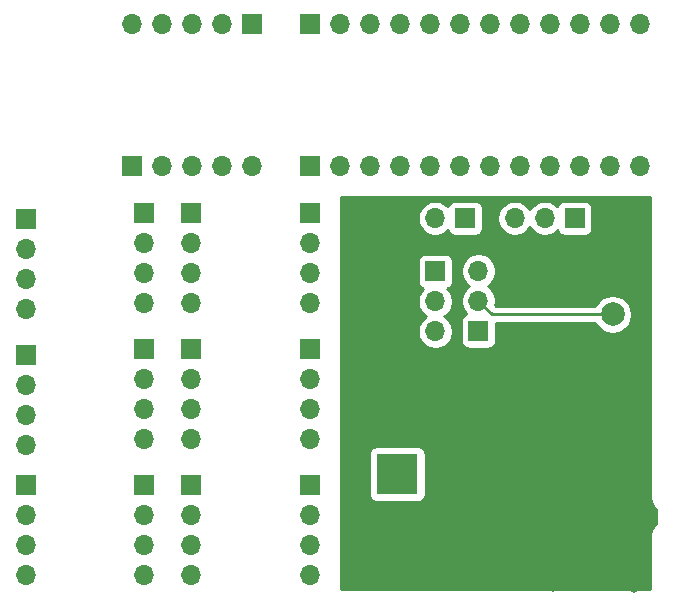
<source format=gbl>
G04 #@! TF.GenerationSoftware,KiCad,Pcbnew,(5.1.6-0-10_14)*
G04 #@! TF.CreationDate,2021-10-07T11:44:50+09:00*
G04 #@! TF.ProjectId,peltier,70656c74-6965-4722-9e6b-696361645f70,rev?*
G04 #@! TF.SameCoordinates,Original*
G04 #@! TF.FileFunction,Copper,L2,Bot*
G04 #@! TF.FilePolarity,Positive*
%FSLAX46Y46*%
G04 Gerber Fmt 4.6, Leading zero omitted, Abs format (unit mm)*
G04 Created by KiCad (PCBNEW (5.1.6-0-10_14)) date 2021-10-07 11:44:50*
%MOMM*%
%LPD*%
G01*
G04 APERTURE LIST*
G04 #@! TA.AperFunction,ComponentPad*
%ADD10O,1.700000X1.700000*%
G04 #@! TD*
G04 #@! TA.AperFunction,ComponentPad*
%ADD11R,1.700000X1.700000*%
G04 #@! TD*
G04 #@! TA.AperFunction,ComponentPad*
%ADD12R,3.500000X3.500000*%
G04 #@! TD*
G04 #@! TA.AperFunction,ComponentPad*
%ADD13C,2.000000*%
G04 #@! TD*
G04 #@! TA.AperFunction,ViaPad*
%ADD14C,0.800000*%
G04 #@! TD*
G04 #@! TA.AperFunction,Conductor*
%ADD15C,0.250000*%
G04 #@! TD*
G04 #@! TA.AperFunction,Conductor*
%ADD16C,0.254000*%
G04 #@! TD*
G04 APERTURE END LIST*
D10*
X165135000Y-36950000D03*
D11*
X167675000Y-36950000D03*
D10*
X168800000Y-41420000D03*
X168800000Y-43960000D03*
D11*
X168800000Y-46500000D03*
X165150000Y-41450000D03*
D10*
X165150000Y-43990000D03*
X165150000Y-46530000D03*
X171870000Y-36950000D03*
X174410000Y-36950000D03*
D11*
X176950000Y-36950000D03*
D12*
X161940000Y-58620000D03*
G04 #@! TA.AperFunction,ComponentPad*
G36*
G01*
X162940000Y-66120000D02*
X160940000Y-66120000D01*
G75*
G02*
X160190000Y-65370000I0J750000D01*
G01*
X160190000Y-63870000D01*
G75*
G02*
X160940000Y-63120000I750000J0D01*
G01*
X162940000Y-63120000D01*
G75*
G02*
X163690000Y-63870000I0J-750000D01*
G01*
X163690000Y-65370000D01*
G75*
G02*
X162940000Y-66120000I-750000J0D01*
G01*
G37*
G04 #@! TD.AperFunction*
G04 #@! TA.AperFunction,ComponentPad*
G36*
G01*
X167515000Y-63370000D02*
X165765000Y-63370000D01*
G75*
G02*
X164890000Y-62495000I0J875000D01*
G01*
X164890000Y-60745000D01*
G75*
G02*
X165765000Y-59870000I875000J0D01*
G01*
X167515000Y-59870000D01*
G75*
G02*
X168390000Y-60745000I0J-875000D01*
G01*
X168390000Y-62495000D01*
G75*
G02*
X167515000Y-63370000I-875000J0D01*
G01*
G37*
G04 #@! TD.AperFunction*
D13*
X180150000Y-45100000D03*
X180150000Y-41600000D03*
D11*
X144500000Y-59500000D03*
D10*
X144500000Y-62040000D03*
X144500000Y-64580000D03*
X144500000Y-67120000D03*
X130500000Y-67120000D03*
X130500000Y-64580000D03*
X130500000Y-62040000D03*
D11*
X130500000Y-59500000D03*
D10*
X154500000Y-67120000D03*
X154500000Y-64580000D03*
X154500000Y-62040000D03*
D11*
X154500000Y-59500000D03*
X140500000Y-59500000D03*
D10*
X140500000Y-62040000D03*
X140500000Y-64580000D03*
X140500000Y-67120000D03*
D11*
X144500000Y-48000000D03*
D10*
X144500000Y-50540000D03*
X144500000Y-53080000D03*
X144500000Y-55620000D03*
X144500000Y-44120000D03*
X144500000Y-41580000D03*
X144500000Y-39040000D03*
D11*
X144500000Y-36500000D03*
D10*
X154500000Y-55620000D03*
X154500000Y-53080000D03*
X154500000Y-50540000D03*
D11*
X154500000Y-48000000D03*
X154500000Y-36500000D03*
D10*
X154500000Y-39040000D03*
X154500000Y-41580000D03*
X154500000Y-44120000D03*
X139500000Y-20500000D03*
X142040000Y-20500000D03*
X144580000Y-20500000D03*
X147120000Y-20500000D03*
D11*
X149660000Y-20500000D03*
X154500000Y-32500000D03*
D10*
X157040000Y-32500000D03*
X159580000Y-32500000D03*
X162120000Y-32500000D03*
X164660000Y-32500000D03*
X167200000Y-32500000D03*
X169740000Y-32500000D03*
X172280000Y-32500000D03*
X174820000Y-32500000D03*
X177360000Y-32500000D03*
X179900000Y-32500000D03*
X182440000Y-32500000D03*
X182440000Y-20500000D03*
X179900000Y-20500000D03*
X177360000Y-20500000D03*
X174820000Y-20500000D03*
X172280000Y-20500000D03*
X169740000Y-20500000D03*
X167200000Y-20500000D03*
X164660000Y-20500000D03*
X162120000Y-20500000D03*
X159580000Y-20500000D03*
X157040000Y-20500000D03*
D11*
X154500000Y-20500000D03*
X130500000Y-37000000D03*
D10*
X130500000Y-39540000D03*
X130500000Y-42080000D03*
X130500000Y-44620000D03*
X140500000Y-44120000D03*
X140500000Y-41580000D03*
X140500000Y-39040000D03*
D11*
X140500000Y-36500000D03*
X130500000Y-48500000D03*
D10*
X130500000Y-51040000D03*
X130500000Y-53580000D03*
X130500000Y-56120000D03*
X140500000Y-55620000D03*
X140500000Y-53080000D03*
X140500000Y-50540000D03*
D11*
X140500000Y-48000000D03*
D10*
X149660000Y-32500000D03*
X147120000Y-32500000D03*
X144580000Y-32500000D03*
X142040000Y-32500000D03*
D11*
X139500000Y-32500000D03*
D14*
X175900000Y-39450000D03*
X172175000Y-39625000D03*
X176850000Y-48575000D03*
X178775000Y-47050000D03*
X172500000Y-48000000D03*
X171250000Y-41500000D03*
X171250000Y-43250000D03*
X171250000Y-43250000D03*
X181750000Y-40000000D03*
X180250000Y-38000000D03*
X181750000Y-36500000D03*
X179400000Y-47980000D03*
X179400000Y-51640000D03*
X176000000Y-43000000D03*
X169440000Y-39120000D03*
X166520000Y-39080000D03*
X162810000Y-36490000D03*
X158160000Y-36250000D03*
X160660000Y-39070000D03*
X158080000Y-41500000D03*
X162610000Y-41460000D03*
X160460000Y-44280000D03*
X158120000Y-46490000D03*
X163220000Y-46740000D03*
X158310000Y-61720000D03*
X158370000Y-67830000D03*
X163640000Y-61930000D03*
X164330000Y-67740000D03*
X167210000Y-64980000D03*
X181970000Y-68240000D03*
X181510000Y-65750000D03*
X175080000Y-68170000D03*
X165260000Y-56080000D03*
X167950000Y-57250000D03*
X170580000Y-57050000D03*
X167910000Y-59120000D03*
D15*
X178050000Y-41600000D02*
X180150000Y-41600000D01*
X175900000Y-39450000D02*
X178050000Y-41600000D01*
X172350000Y-39450000D02*
X172175000Y-39625000D01*
X175900000Y-39450000D02*
X172350000Y-39450000D01*
X176850000Y-48575000D02*
X176850000Y-57410000D01*
X172640000Y-61620000D02*
X166640000Y-61620000D01*
X176850000Y-57410000D02*
X172640000Y-61620000D01*
X169940000Y-45100000D02*
X180150000Y-45100000D01*
X168800000Y-43960000D02*
X169940000Y-45100000D01*
D16*
G36*
X183315001Y-60433647D02*
G01*
X183318366Y-60467812D01*
X183318366Y-60480806D01*
X183319366Y-60490318D01*
X183341121Y-60684268D01*
X183354025Y-60744976D01*
X183366089Y-60805901D01*
X183368917Y-60815038D01*
X183427930Y-61001068D01*
X183452377Y-61058105D01*
X183476046Y-61115531D01*
X183480595Y-61123944D01*
X183574617Y-61294969D01*
X183609692Y-61346194D01*
X183644050Y-61397906D01*
X183650146Y-61405276D01*
X183775596Y-61554782D01*
X183819974Y-61598240D01*
X183863703Y-61642275D01*
X183871109Y-61648315D01*
X183871113Y-61648319D01*
X183871115Y-61648320D01*
X183873000Y-61649836D01*
X183873000Y-62751676D01*
X183853793Y-62767565D01*
X183810027Y-62811638D01*
X183765689Y-62855057D01*
X183759592Y-62862426D01*
X183636242Y-63013668D01*
X183601881Y-63065386D01*
X183566809Y-63116607D01*
X183562260Y-63125020D01*
X183470635Y-63297343D01*
X183446978Y-63354739D01*
X183422519Y-63411807D01*
X183419690Y-63420943D01*
X183363281Y-63607780D01*
X183351219Y-63668698D01*
X183338314Y-63729410D01*
X183337314Y-63738922D01*
X183318269Y-63933155D01*
X183318269Y-63933173D01*
X183315001Y-63966353D01*
X183315000Y-68315000D01*
X157127000Y-68315000D01*
X157127000Y-56870000D01*
X159551928Y-56870000D01*
X159551928Y-60370000D01*
X159564188Y-60494482D01*
X159600498Y-60614180D01*
X159659463Y-60724494D01*
X159738815Y-60821185D01*
X159835506Y-60900537D01*
X159945820Y-60959502D01*
X160065518Y-60995812D01*
X160190000Y-61008072D01*
X163690000Y-61008072D01*
X163814482Y-60995812D01*
X163934180Y-60959502D01*
X164044494Y-60900537D01*
X164141185Y-60821185D01*
X164220537Y-60724494D01*
X164279502Y-60614180D01*
X164315812Y-60494482D01*
X164328072Y-60370000D01*
X164328072Y-56870000D01*
X164315812Y-56745518D01*
X164279502Y-56625820D01*
X164220537Y-56515506D01*
X164141185Y-56418815D01*
X164044494Y-56339463D01*
X163934180Y-56280498D01*
X163814482Y-56244188D01*
X163690000Y-56231928D01*
X160190000Y-56231928D01*
X160065518Y-56244188D01*
X159945820Y-56280498D01*
X159835506Y-56339463D01*
X159738815Y-56418815D01*
X159659463Y-56515506D01*
X159600498Y-56625820D01*
X159564188Y-56745518D01*
X159551928Y-56870000D01*
X157127000Y-56870000D01*
X157127000Y-40600000D01*
X163661928Y-40600000D01*
X163661928Y-42300000D01*
X163674188Y-42424482D01*
X163710498Y-42544180D01*
X163769463Y-42654494D01*
X163848815Y-42751185D01*
X163945506Y-42830537D01*
X164055820Y-42889502D01*
X164128380Y-42911513D01*
X163996525Y-43043368D01*
X163834010Y-43286589D01*
X163722068Y-43556842D01*
X163665000Y-43843740D01*
X163665000Y-44136260D01*
X163722068Y-44423158D01*
X163834010Y-44693411D01*
X163996525Y-44936632D01*
X164203368Y-45143475D01*
X164377760Y-45260000D01*
X164203368Y-45376525D01*
X163996525Y-45583368D01*
X163834010Y-45826589D01*
X163722068Y-46096842D01*
X163665000Y-46383740D01*
X163665000Y-46676260D01*
X163722068Y-46963158D01*
X163834010Y-47233411D01*
X163996525Y-47476632D01*
X164203368Y-47683475D01*
X164446589Y-47845990D01*
X164716842Y-47957932D01*
X165003740Y-48015000D01*
X165296260Y-48015000D01*
X165583158Y-47957932D01*
X165853411Y-47845990D01*
X166096632Y-47683475D01*
X166303475Y-47476632D01*
X166465990Y-47233411D01*
X166577932Y-46963158D01*
X166635000Y-46676260D01*
X166635000Y-46383740D01*
X166577932Y-46096842D01*
X166465990Y-45826589D01*
X166347998Y-45650000D01*
X167311928Y-45650000D01*
X167311928Y-47350000D01*
X167324188Y-47474482D01*
X167360498Y-47594180D01*
X167419463Y-47704494D01*
X167498815Y-47801185D01*
X167595506Y-47880537D01*
X167705820Y-47939502D01*
X167825518Y-47975812D01*
X167950000Y-47988072D01*
X169650000Y-47988072D01*
X169774482Y-47975812D01*
X169894180Y-47939502D01*
X170004494Y-47880537D01*
X170101185Y-47801185D01*
X170180537Y-47704494D01*
X170239502Y-47594180D01*
X170275812Y-47474482D01*
X170288072Y-47350000D01*
X170288072Y-45860000D01*
X178695091Y-45860000D01*
X178701082Y-45874463D01*
X178880013Y-46142252D01*
X179107748Y-46369987D01*
X179375537Y-46548918D01*
X179673088Y-46672168D01*
X179988967Y-46735000D01*
X180311033Y-46735000D01*
X180626912Y-46672168D01*
X180924463Y-46548918D01*
X181192252Y-46369987D01*
X181419987Y-46142252D01*
X181598918Y-45874463D01*
X181722168Y-45576912D01*
X181785000Y-45261033D01*
X181785000Y-44938967D01*
X181722168Y-44623088D01*
X181598918Y-44325537D01*
X181419987Y-44057748D01*
X181192252Y-43830013D01*
X180924463Y-43651082D01*
X180626912Y-43527832D01*
X180311033Y-43465000D01*
X179988967Y-43465000D01*
X179673088Y-43527832D01*
X179375537Y-43651082D01*
X179107748Y-43830013D01*
X178880013Y-44057748D01*
X178701082Y-44325537D01*
X178695091Y-44340000D01*
X170254803Y-44340000D01*
X170241210Y-44326407D01*
X170285000Y-44106260D01*
X170285000Y-43813740D01*
X170227932Y-43526842D01*
X170115990Y-43256589D01*
X169953475Y-43013368D01*
X169746632Y-42806525D01*
X169572240Y-42690000D01*
X169746632Y-42573475D01*
X169953475Y-42366632D01*
X170115990Y-42123411D01*
X170227932Y-41853158D01*
X170285000Y-41566260D01*
X170285000Y-41273740D01*
X170227932Y-40986842D01*
X170115990Y-40716589D01*
X169953475Y-40473368D01*
X169746632Y-40266525D01*
X169503411Y-40104010D01*
X169233158Y-39992068D01*
X168946260Y-39935000D01*
X168653740Y-39935000D01*
X168366842Y-39992068D01*
X168096589Y-40104010D01*
X167853368Y-40266525D01*
X167646525Y-40473368D01*
X167484010Y-40716589D01*
X167372068Y-40986842D01*
X167315000Y-41273740D01*
X167315000Y-41566260D01*
X167372068Y-41853158D01*
X167484010Y-42123411D01*
X167646525Y-42366632D01*
X167853368Y-42573475D01*
X168027760Y-42690000D01*
X167853368Y-42806525D01*
X167646525Y-43013368D01*
X167484010Y-43256589D01*
X167372068Y-43526842D01*
X167315000Y-43813740D01*
X167315000Y-44106260D01*
X167372068Y-44393158D01*
X167484010Y-44663411D01*
X167646525Y-44906632D01*
X167778380Y-45038487D01*
X167705820Y-45060498D01*
X167595506Y-45119463D01*
X167498815Y-45198815D01*
X167419463Y-45295506D01*
X167360498Y-45405820D01*
X167324188Y-45525518D01*
X167311928Y-45650000D01*
X166347998Y-45650000D01*
X166303475Y-45583368D01*
X166096632Y-45376525D01*
X165922240Y-45260000D01*
X166096632Y-45143475D01*
X166303475Y-44936632D01*
X166465990Y-44693411D01*
X166577932Y-44423158D01*
X166635000Y-44136260D01*
X166635000Y-43843740D01*
X166577932Y-43556842D01*
X166465990Y-43286589D01*
X166303475Y-43043368D01*
X166171620Y-42911513D01*
X166244180Y-42889502D01*
X166354494Y-42830537D01*
X166451185Y-42751185D01*
X166530537Y-42654494D01*
X166589502Y-42544180D01*
X166625812Y-42424482D01*
X166638072Y-42300000D01*
X166638072Y-40600000D01*
X166625812Y-40475518D01*
X166589502Y-40355820D01*
X166530537Y-40245506D01*
X166451185Y-40148815D01*
X166354494Y-40069463D01*
X166244180Y-40010498D01*
X166124482Y-39974188D01*
X166000000Y-39961928D01*
X164300000Y-39961928D01*
X164175518Y-39974188D01*
X164055820Y-40010498D01*
X163945506Y-40069463D01*
X163848815Y-40148815D01*
X163769463Y-40245506D01*
X163710498Y-40355820D01*
X163674188Y-40475518D01*
X163661928Y-40600000D01*
X157127000Y-40600000D01*
X157127000Y-36803740D01*
X163650000Y-36803740D01*
X163650000Y-37096260D01*
X163707068Y-37383158D01*
X163819010Y-37653411D01*
X163981525Y-37896632D01*
X164188368Y-38103475D01*
X164431589Y-38265990D01*
X164701842Y-38377932D01*
X164988740Y-38435000D01*
X165281260Y-38435000D01*
X165568158Y-38377932D01*
X165838411Y-38265990D01*
X166081632Y-38103475D01*
X166213487Y-37971620D01*
X166235498Y-38044180D01*
X166294463Y-38154494D01*
X166373815Y-38251185D01*
X166470506Y-38330537D01*
X166580820Y-38389502D01*
X166700518Y-38425812D01*
X166825000Y-38438072D01*
X168525000Y-38438072D01*
X168649482Y-38425812D01*
X168769180Y-38389502D01*
X168879494Y-38330537D01*
X168976185Y-38251185D01*
X169055537Y-38154494D01*
X169114502Y-38044180D01*
X169150812Y-37924482D01*
X169163072Y-37800000D01*
X169163072Y-36803740D01*
X170385000Y-36803740D01*
X170385000Y-37096260D01*
X170442068Y-37383158D01*
X170554010Y-37653411D01*
X170716525Y-37896632D01*
X170923368Y-38103475D01*
X171166589Y-38265990D01*
X171436842Y-38377932D01*
X171723740Y-38435000D01*
X172016260Y-38435000D01*
X172303158Y-38377932D01*
X172573411Y-38265990D01*
X172816632Y-38103475D01*
X173023475Y-37896632D01*
X173140000Y-37722240D01*
X173256525Y-37896632D01*
X173463368Y-38103475D01*
X173706589Y-38265990D01*
X173976842Y-38377932D01*
X174263740Y-38435000D01*
X174556260Y-38435000D01*
X174843158Y-38377932D01*
X175113411Y-38265990D01*
X175356632Y-38103475D01*
X175488487Y-37971620D01*
X175510498Y-38044180D01*
X175569463Y-38154494D01*
X175648815Y-38251185D01*
X175745506Y-38330537D01*
X175855820Y-38389502D01*
X175975518Y-38425812D01*
X176100000Y-38438072D01*
X177800000Y-38438072D01*
X177924482Y-38425812D01*
X178044180Y-38389502D01*
X178154494Y-38330537D01*
X178251185Y-38251185D01*
X178330537Y-38154494D01*
X178389502Y-38044180D01*
X178425812Y-37924482D01*
X178438072Y-37800000D01*
X178438072Y-36100000D01*
X178425812Y-35975518D01*
X178389502Y-35855820D01*
X178330537Y-35745506D01*
X178251185Y-35648815D01*
X178154494Y-35569463D01*
X178044180Y-35510498D01*
X177924482Y-35474188D01*
X177800000Y-35461928D01*
X176100000Y-35461928D01*
X175975518Y-35474188D01*
X175855820Y-35510498D01*
X175745506Y-35569463D01*
X175648815Y-35648815D01*
X175569463Y-35745506D01*
X175510498Y-35855820D01*
X175488487Y-35928380D01*
X175356632Y-35796525D01*
X175113411Y-35634010D01*
X174843158Y-35522068D01*
X174556260Y-35465000D01*
X174263740Y-35465000D01*
X173976842Y-35522068D01*
X173706589Y-35634010D01*
X173463368Y-35796525D01*
X173256525Y-36003368D01*
X173140000Y-36177760D01*
X173023475Y-36003368D01*
X172816632Y-35796525D01*
X172573411Y-35634010D01*
X172303158Y-35522068D01*
X172016260Y-35465000D01*
X171723740Y-35465000D01*
X171436842Y-35522068D01*
X171166589Y-35634010D01*
X170923368Y-35796525D01*
X170716525Y-36003368D01*
X170554010Y-36246589D01*
X170442068Y-36516842D01*
X170385000Y-36803740D01*
X169163072Y-36803740D01*
X169163072Y-36100000D01*
X169150812Y-35975518D01*
X169114502Y-35855820D01*
X169055537Y-35745506D01*
X168976185Y-35648815D01*
X168879494Y-35569463D01*
X168769180Y-35510498D01*
X168649482Y-35474188D01*
X168525000Y-35461928D01*
X166825000Y-35461928D01*
X166700518Y-35474188D01*
X166580820Y-35510498D01*
X166470506Y-35569463D01*
X166373815Y-35648815D01*
X166294463Y-35745506D01*
X166235498Y-35855820D01*
X166213487Y-35928380D01*
X166081632Y-35796525D01*
X165838411Y-35634010D01*
X165568158Y-35522068D01*
X165281260Y-35465000D01*
X164988740Y-35465000D01*
X164701842Y-35522068D01*
X164431589Y-35634010D01*
X164188368Y-35796525D01*
X163981525Y-36003368D01*
X163819010Y-36246589D01*
X163707068Y-36516842D01*
X163650000Y-36803740D01*
X157127000Y-36803740D01*
X157127000Y-35127000D01*
X183315000Y-35127000D01*
X183315001Y-60433647D01*
G37*
X183315001Y-60433647D02*
X183318366Y-60467812D01*
X183318366Y-60480806D01*
X183319366Y-60490318D01*
X183341121Y-60684268D01*
X183354025Y-60744976D01*
X183366089Y-60805901D01*
X183368917Y-60815038D01*
X183427930Y-61001068D01*
X183452377Y-61058105D01*
X183476046Y-61115531D01*
X183480595Y-61123944D01*
X183574617Y-61294969D01*
X183609692Y-61346194D01*
X183644050Y-61397906D01*
X183650146Y-61405276D01*
X183775596Y-61554782D01*
X183819974Y-61598240D01*
X183863703Y-61642275D01*
X183871109Y-61648315D01*
X183871113Y-61648319D01*
X183871115Y-61648320D01*
X183873000Y-61649836D01*
X183873000Y-62751676D01*
X183853793Y-62767565D01*
X183810027Y-62811638D01*
X183765689Y-62855057D01*
X183759592Y-62862426D01*
X183636242Y-63013668D01*
X183601881Y-63065386D01*
X183566809Y-63116607D01*
X183562260Y-63125020D01*
X183470635Y-63297343D01*
X183446978Y-63354739D01*
X183422519Y-63411807D01*
X183419690Y-63420943D01*
X183363281Y-63607780D01*
X183351219Y-63668698D01*
X183338314Y-63729410D01*
X183337314Y-63738922D01*
X183318269Y-63933155D01*
X183318269Y-63933173D01*
X183315001Y-63966353D01*
X183315000Y-68315000D01*
X157127000Y-68315000D01*
X157127000Y-56870000D01*
X159551928Y-56870000D01*
X159551928Y-60370000D01*
X159564188Y-60494482D01*
X159600498Y-60614180D01*
X159659463Y-60724494D01*
X159738815Y-60821185D01*
X159835506Y-60900537D01*
X159945820Y-60959502D01*
X160065518Y-60995812D01*
X160190000Y-61008072D01*
X163690000Y-61008072D01*
X163814482Y-60995812D01*
X163934180Y-60959502D01*
X164044494Y-60900537D01*
X164141185Y-60821185D01*
X164220537Y-60724494D01*
X164279502Y-60614180D01*
X164315812Y-60494482D01*
X164328072Y-60370000D01*
X164328072Y-56870000D01*
X164315812Y-56745518D01*
X164279502Y-56625820D01*
X164220537Y-56515506D01*
X164141185Y-56418815D01*
X164044494Y-56339463D01*
X163934180Y-56280498D01*
X163814482Y-56244188D01*
X163690000Y-56231928D01*
X160190000Y-56231928D01*
X160065518Y-56244188D01*
X159945820Y-56280498D01*
X159835506Y-56339463D01*
X159738815Y-56418815D01*
X159659463Y-56515506D01*
X159600498Y-56625820D01*
X159564188Y-56745518D01*
X159551928Y-56870000D01*
X157127000Y-56870000D01*
X157127000Y-40600000D01*
X163661928Y-40600000D01*
X163661928Y-42300000D01*
X163674188Y-42424482D01*
X163710498Y-42544180D01*
X163769463Y-42654494D01*
X163848815Y-42751185D01*
X163945506Y-42830537D01*
X164055820Y-42889502D01*
X164128380Y-42911513D01*
X163996525Y-43043368D01*
X163834010Y-43286589D01*
X163722068Y-43556842D01*
X163665000Y-43843740D01*
X163665000Y-44136260D01*
X163722068Y-44423158D01*
X163834010Y-44693411D01*
X163996525Y-44936632D01*
X164203368Y-45143475D01*
X164377760Y-45260000D01*
X164203368Y-45376525D01*
X163996525Y-45583368D01*
X163834010Y-45826589D01*
X163722068Y-46096842D01*
X163665000Y-46383740D01*
X163665000Y-46676260D01*
X163722068Y-46963158D01*
X163834010Y-47233411D01*
X163996525Y-47476632D01*
X164203368Y-47683475D01*
X164446589Y-47845990D01*
X164716842Y-47957932D01*
X165003740Y-48015000D01*
X165296260Y-48015000D01*
X165583158Y-47957932D01*
X165853411Y-47845990D01*
X166096632Y-47683475D01*
X166303475Y-47476632D01*
X166465990Y-47233411D01*
X166577932Y-46963158D01*
X166635000Y-46676260D01*
X166635000Y-46383740D01*
X166577932Y-46096842D01*
X166465990Y-45826589D01*
X166347998Y-45650000D01*
X167311928Y-45650000D01*
X167311928Y-47350000D01*
X167324188Y-47474482D01*
X167360498Y-47594180D01*
X167419463Y-47704494D01*
X167498815Y-47801185D01*
X167595506Y-47880537D01*
X167705820Y-47939502D01*
X167825518Y-47975812D01*
X167950000Y-47988072D01*
X169650000Y-47988072D01*
X169774482Y-47975812D01*
X169894180Y-47939502D01*
X170004494Y-47880537D01*
X170101185Y-47801185D01*
X170180537Y-47704494D01*
X170239502Y-47594180D01*
X170275812Y-47474482D01*
X170288072Y-47350000D01*
X170288072Y-45860000D01*
X178695091Y-45860000D01*
X178701082Y-45874463D01*
X178880013Y-46142252D01*
X179107748Y-46369987D01*
X179375537Y-46548918D01*
X179673088Y-46672168D01*
X179988967Y-46735000D01*
X180311033Y-46735000D01*
X180626912Y-46672168D01*
X180924463Y-46548918D01*
X181192252Y-46369987D01*
X181419987Y-46142252D01*
X181598918Y-45874463D01*
X181722168Y-45576912D01*
X181785000Y-45261033D01*
X181785000Y-44938967D01*
X181722168Y-44623088D01*
X181598918Y-44325537D01*
X181419987Y-44057748D01*
X181192252Y-43830013D01*
X180924463Y-43651082D01*
X180626912Y-43527832D01*
X180311033Y-43465000D01*
X179988967Y-43465000D01*
X179673088Y-43527832D01*
X179375537Y-43651082D01*
X179107748Y-43830013D01*
X178880013Y-44057748D01*
X178701082Y-44325537D01*
X178695091Y-44340000D01*
X170254803Y-44340000D01*
X170241210Y-44326407D01*
X170285000Y-44106260D01*
X170285000Y-43813740D01*
X170227932Y-43526842D01*
X170115990Y-43256589D01*
X169953475Y-43013368D01*
X169746632Y-42806525D01*
X169572240Y-42690000D01*
X169746632Y-42573475D01*
X169953475Y-42366632D01*
X170115990Y-42123411D01*
X170227932Y-41853158D01*
X170285000Y-41566260D01*
X170285000Y-41273740D01*
X170227932Y-40986842D01*
X170115990Y-40716589D01*
X169953475Y-40473368D01*
X169746632Y-40266525D01*
X169503411Y-40104010D01*
X169233158Y-39992068D01*
X168946260Y-39935000D01*
X168653740Y-39935000D01*
X168366842Y-39992068D01*
X168096589Y-40104010D01*
X167853368Y-40266525D01*
X167646525Y-40473368D01*
X167484010Y-40716589D01*
X167372068Y-40986842D01*
X167315000Y-41273740D01*
X167315000Y-41566260D01*
X167372068Y-41853158D01*
X167484010Y-42123411D01*
X167646525Y-42366632D01*
X167853368Y-42573475D01*
X168027760Y-42690000D01*
X167853368Y-42806525D01*
X167646525Y-43013368D01*
X167484010Y-43256589D01*
X167372068Y-43526842D01*
X167315000Y-43813740D01*
X167315000Y-44106260D01*
X167372068Y-44393158D01*
X167484010Y-44663411D01*
X167646525Y-44906632D01*
X167778380Y-45038487D01*
X167705820Y-45060498D01*
X167595506Y-45119463D01*
X167498815Y-45198815D01*
X167419463Y-45295506D01*
X167360498Y-45405820D01*
X167324188Y-45525518D01*
X167311928Y-45650000D01*
X166347998Y-45650000D01*
X166303475Y-45583368D01*
X166096632Y-45376525D01*
X165922240Y-45260000D01*
X166096632Y-45143475D01*
X166303475Y-44936632D01*
X166465990Y-44693411D01*
X166577932Y-44423158D01*
X166635000Y-44136260D01*
X166635000Y-43843740D01*
X166577932Y-43556842D01*
X166465990Y-43286589D01*
X166303475Y-43043368D01*
X166171620Y-42911513D01*
X166244180Y-42889502D01*
X166354494Y-42830537D01*
X166451185Y-42751185D01*
X166530537Y-42654494D01*
X166589502Y-42544180D01*
X166625812Y-42424482D01*
X166638072Y-42300000D01*
X166638072Y-40600000D01*
X166625812Y-40475518D01*
X166589502Y-40355820D01*
X166530537Y-40245506D01*
X166451185Y-40148815D01*
X166354494Y-40069463D01*
X166244180Y-40010498D01*
X166124482Y-39974188D01*
X166000000Y-39961928D01*
X164300000Y-39961928D01*
X164175518Y-39974188D01*
X164055820Y-40010498D01*
X163945506Y-40069463D01*
X163848815Y-40148815D01*
X163769463Y-40245506D01*
X163710498Y-40355820D01*
X163674188Y-40475518D01*
X163661928Y-40600000D01*
X157127000Y-40600000D01*
X157127000Y-36803740D01*
X163650000Y-36803740D01*
X163650000Y-37096260D01*
X163707068Y-37383158D01*
X163819010Y-37653411D01*
X163981525Y-37896632D01*
X164188368Y-38103475D01*
X164431589Y-38265990D01*
X164701842Y-38377932D01*
X164988740Y-38435000D01*
X165281260Y-38435000D01*
X165568158Y-38377932D01*
X165838411Y-38265990D01*
X166081632Y-38103475D01*
X166213487Y-37971620D01*
X166235498Y-38044180D01*
X166294463Y-38154494D01*
X166373815Y-38251185D01*
X166470506Y-38330537D01*
X166580820Y-38389502D01*
X166700518Y-38425812D01*
X166825000Y-38438072D01*
X168525000Y-38438072D01*
X168649482Y-38425812D01*
X168769180Y-38389502D01*
X168879494Y-38330537D01*
X168976185Y-38251185D01*
X169055537Y-38154494D01*
X169114502Y-38044180D01*
X169150812Y-37924482D01*
X169163072Y-37800000D01*
X169163072Y-36803740D01*
X170385000Y-36803740D01*
X170385000Y-37096260D01*
X170442068Y-37383158D01*
X170554010Y-37653411D01*
X170716525Y-37896632D01*
X170923368Y-38103475D01*
X171166589Y-38265990D01*
X171436842Y-38377932D01*
X171723740Y-38435000D01*
X172016260Y-38435000D01*
X172303158Y-38377932D01*
X172573411Y-38265990D01*
X172816632Y-38103475D01*
X173023475Y-37896632D01*
X173140000Y-37722240D01*
X173256525Y-37896632D01*
X173463368Y-38103475D01*
X173706589Y-38265990D01*
X173976842Y-38377932D01*
X174263740Y-38435000D01*
X174556260Y-38435000D01*
X174843158Y-38377932D01*
X175113411Y-38265990D01*
X175356632Y-38103475D01*
X175488487Y-37971620D01*
X175510498Y-38044180D01*
X175569463Y-38154494D01*
X175648815Y-38251185D01*
X175745506Y-38330537D01*
X175855820Y-38389502D01*
X175975518Y-38425812D01*
X176100000Y-38438072D01*
X177800000Y-38438072D01*
X177924482Y-38425812D01*
X178044180Y-38389502D01*
X178154494Y-38330537D01*
X178251185Y-38251185D01*
X178330537Y-38154494D01*
X178389502Y-38044180D01*
X178425812Y-37924482D01*
X178438072Y-37800000D01*
X178438072Y-36100000D01*
X178425812Y-35975518D01*
X178389502Y-35855820D01*
X178330537Y-35745506D01*
X178251185Y-35648815D01*
X178154494Y-35569463D01*
X178044180Y-35510498D01*
X177924482Y-35474188D01*
X177800000Y-35461928D01*
X176100000Y-35461928D01*
X175975518Y-35474188D01*
X175855820Y-35510498D01*
X175745506Y-35569463D01*
X175648815Y-35648815D01*
X175569463Y-35745506D01*
X175510498Y-35855820D01*
X175488487Y-35928380D01*
X175356632Y-35796525D01*
X175113411Y-35634010D01*
X174843158Y-35522068D01*
X174556260Y-35465000D01*
X174263740Y-35465000D01*
X173976842Y-35522068D01*
X173706589Y-35634010D01*
X173463368Y-35796525D01*
X173256525Y-36003368D01*
X173140000Y-36177760D01*
X173023475Y-36003368D01*
X172816632Y-35796525D01*
X172573411Y-35634010D01*
X172303158Y-35522068D01*
X172016260Y-35465000D01*
X171723740Y-35465000D01*
X171436842Y-35522068D01*
X171166589Y-35634010D01*
X170923368Y-35796525D01*
X170716525Y-36003368D01*
X170554010Y-36246589D01*
X170442068Y-36516842D01*
X170385000Y-36803740D01*
X169163072Y-36803740D01*
X169163072Y-36100000D01*
X169150812Y-35975518D01*
X169114502Y-35855820D01*
X169055537Y-35745506D01*
X168976185Y-35648815D01*
X168879494Y-35569463D01*
X168769180Y-35510498D01*
X168649482Y-35474188D01*
X168525000Y-35461928D01*
X166825000Y-35461928D01*
X166700518Y-35474188D01*
X166580820Y-35510498D01*
X166470506Y-35569463D01*
X166373815Y-35648815D01*
X166294463Y-35745506D01*
X166235498Y-35855820D01*
X166213487Y-35928380D01*
X166081632Y-35796525D01*
X165838411Y-35634010D01*
X165568158Y-35522068D01*
X165281260Y-35465000D01*
X164988740Y-35465000D01*
X164701842Y-35522068D01*
X164431589Y-35634010D01*
X164188368Y-35796525D01*
X163981525Y-36003368D01*
X163819010Y-36246589D01*
X163707068Y-36516842D01*
X163650000Y-36803740D01*
X157127000Y-36803740D01*
X157127000Y-35127000D01*
X183315000Y-35127000D01*
X183315001Y-60433647D01*
M02*

</source>
